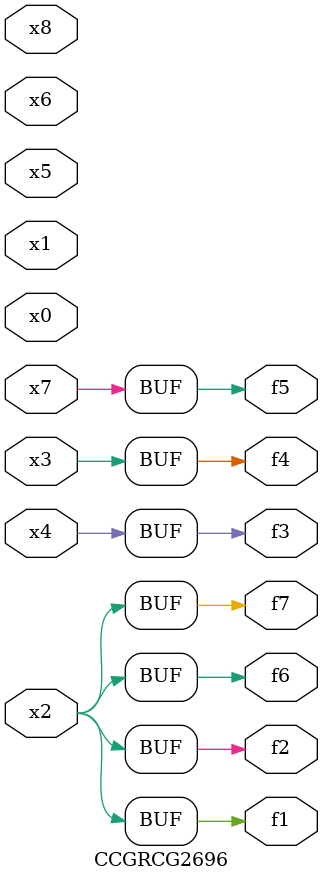
<source format=v>
module CCGRCG2696(
	input x0, x1, x2, x3, x4, x5, x6, x7, x8,
	output f1, f2, f3, f4, f5, f6, f7
);
	assign f1 = x2;
	assign f2 = x2;
	assign f3 = x4;
	assign f4 = x3;
	assign f5 = x7;
	assign f6 = x2;
	assign f7 = x2;
endmodule

</source>
